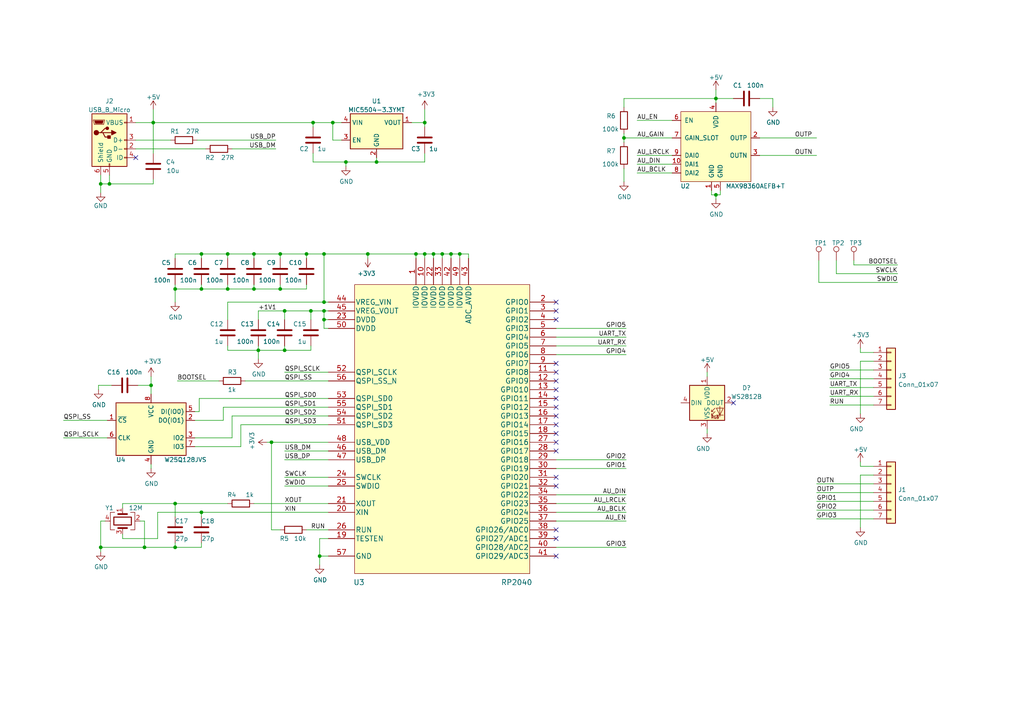
<source format=kicad_sch>
(kicad_sch (version 20211123) (generator eeschema)
  (paper "A4")
  (lib_symbols
    (symbol "Connector:TestPoint" (pin_numbers hide) (pin_names (offset 0.762) hide)
      (property "Reference" "TP" (at 0 6.858 0))
      (property "Value" "TestPoint" (at 0 5.08 0))
      (symbol "TestPoint_0_1"
        (circle (center 0 3.302) (radius 0.762))
      )
      (symbol "TestPoint_1_1"
        (pin passive line (at 0 0 90) (length 2.54) (name "1") (number "1"))
      )
    )
    (symbol "Connector:USB_B_Micro" (pin_names (offset 1.016))
      (property "Reference" "J" (at -5.08 11.43 0))
      (property "Value" "USB_B_Micro" (at -5.08 8.89 0))
      (symbol "USB_B_Micro_0_1"
        (rectangle (start -5.08 -7.62) (end 5.08 7.62) (stroke (width 0.254)) (fill (type background)))
        (circle (center -3.81 2.159) (radius 0.635) (stroke (width 0.254)) (fill (type outline)))
        (circle (center -0.635 3.429) (radius 0.381) (stroke (width 0.254)) (fill (type outline)))
        (rectangle (start -0.127 -7.62) (end 0.127 -6.858))
        (polyline (pts (xy -1.905 2.159) (xy 0.635 2.159)) (stroke (width 0.254)))
        (polyline (pts (xy -3.175 2.159) (xy -2.54 2.159) (xy -1.27 3.429) (xy -0.635 3.429)) (stroke (width 0.254)))
        (polyline (pts (xy -2.54 2.159) (xy -1.905 2.159) (xy -1.27 0.889) (xy 0 0.889)) (stroke (width 0.254)))
        (polyline (pts (xy 0.635 2.794) (xy 0.635 1.524) (xy 1.905 2.159) (xy 0.635 2.794)) (stroke (width 0.254)) (fill (type outline)))
        (polyline (pts (xy -4.318 5.588) (xy -1.778 5.588) (xy -2.032 4.826) (xy -4.064 4.826) (xy -4.318 5.588)) (fill (type outline)))
        (polyline (pts (xy -4.699 5.842) (xy -4.699 5.588) (xy -4.445 4.826) (xy -4.445 4.572) (xy -1.651 4.572) (xy -1.651 4.826) (xy -1.397 5.588) (xy -1.397 5.842) (xy -4.699 5.842)))
        (rectangle (start 0.254 1.27) (end -0.508 0.508) (stroke (width 0.254)) (fill (type outline)))
        (rectangle (start 5.08 -5.207) (end 4.318 -4.953))
        (rectangle (start 5.08 -2.667) (end 4.318 -2.413))
        (rectangle (start 5.08 -0.127) (end 4.318 0.127))
        (rectangle (start 5.08 4.953) (end 4.318 5.207))
      )
      (symbol "USB_B_Micro_1_1"
        (pin power_out line (at 7.62 5.08 180) (length 2.54) (name "VBUS") (number "1"))
        (pin bidirectional line (at 7.62 -2.54 180) (length 2.54) (name "D-") (number "2"))
        (pin bidirectional line (at 7.62 0 180) (length 2.54) (name "D+") (number "3"))
        (pin passive line (at 7.62 -5.08 180) (length 2.54) (name "ID") (number "4"))
        (pin power_out line (at 0 -10.16 90) (length 2.54) (name "GND") (number "5"))
        (pin passive line (at -2.54 -10.16 90) (length 2.54) (name "Shield") (number "6"))
      )
    )
    (symbol "Connector_Generic:Conn_01x07" (pin_names (offset 1.016) hide)
      (property "Reference" "J" (at 0 10.16 0))
      (property "Value" "Conn_01x07" (at 0 -10.16 0))
      (symbol "Conn_01x07_1_1"
        (rectangle (start -1.27 -7.493) (end 0 -7.747) (stroke (width 0.1524)))
        (rectangle (start -1.27 -4.953) (end 0 -5.207) (stroke (width 0.1524)))
        (rectangle (start -1.27 -2.413) (end 0 -2.667) (stroke (width 0.1524)))
        (rectangle (start -1.27 0.127) (end 0 -0.127) (stroke (width 0.1524)))
        (rectangle (start -1.27 2.667) (end 0 2.413) (stroke (width 0.1524)))
        (rectangle (start -1.27 5.207) (end 0 4.953) (stroke (width 0.1524)))
        (rectangle (start -1.27 7.747) (end 0 7.493) (stroke (width 0.1524)))
        (rectangle (start -1.27 8.89) (end 1.27 -8.89) (stroke (width 0.254)) (fill (type background)))
        (pin passive line (at -5.08 7.62 0) (length 3.81) (name "Pin_1") (number "1"))
        (pin passive line (at -5.08 5.08 0) (length 3.81) (name "Pin_2") (number "2"))
        (pin passive line (at -5.08 2.54 0) (length 3.81) (name "Pin_3") (number "3"))
        (pin passive line (at -5.08 0 0) (length 3.81) (name "Pin_4") (number "4"))
        (pin passive line (at -5.08 -2.54 0) (length 3.81) (name "Pin_5") (number "5"))
        (pin passive line (at -5.08 -5.08 0) (length 3.81) (name "Pin_6") (number "6"))
        (pin passive line (at -5.08 -7.62 0) (length 3.81) (name "Pin_7") (number "7"))
      )
    )
    (symbol "Device:C" (pin_numbers hide) (pin_names (offset 0.254))
      (property "Reference" "C" (at 0.635 2.54 0))
      (property "Value" "C" (at 0.635 -2.54 0))
      (symbol "C_0_1"
        (polyline (pts (xy -2.032 -0.762) (xy 2.032 -0.762)) (stroke (width 0.508)))
        (polyline (pts (xy -2.032 0.762) (xy 2.032 0.762)) (stroke (width 0.508)))
      )
      (symbol "C_1_1"
        (pin passive line (at 0 3.81 270) (length 2.794) (name "~") (number "1"))
        (pin passive line (at 0 -3.81 90) (length 2.794) (name "~") (number "2"))
      )
    )
    (symbol "Device:Crystal_GND24" (pin_names (offset 1.016) hide)
      (property "Reference" "Y" (at 3.175 5.08 0))
      (property "Value" "Crystal_GND24" (at 3.175 3.175 0))
      (symbol "Crystal_GND24_0_1"
        (rectangle (start -1.143 2.54) (end 1.143 -2.54) (stroke (width 0.3048)))
        (polyline (pts (xy -2.54 0) (xy -2.032 0)))
        (polyline (pts (xy -2.032 -1.27) (xy -2.032 1.27)) (stroke (width 0.508)))
        (polyline (pts (xy 0 -3.81) (xy 0 -3.556)))
        (polyline (pts (xy 0 3.556) (xy 0 3.81)))
        (polyline (pts (xy 2.032 -1.27) (xy 2.032 1.27)) (stroke (width 0.508)))
        (polyline (pts (xy 2.032 0) (xy 2.54 0)))
        (polyline (pts (xy -2.54 -2.286) (xy -2.54 -3.556) (xy 2.54 -3.556) (xy 2.54 -2.286)))
        (polyline (pts (xy -2.54 2.286) (xy -2.54 3.556) (xy 2.54 3.556) (xy 2.54 2.286)))
      )
      (symbol "Crystal_GND24_1_1"
        (pin passive line (at -3.81 0 0) (length 1.27) (name "1") (number "1"))
        (pin passive line (at 0 5.08 270) (length 1.27) (name "2") (number "2"))
        (pin passive line (at 3.81 0 180) (length 1.27) (name "3") (number "3"))
        (pin passive line (at 0 -5.08 90) (length 1.27) (name "4") (number "4"))
      )
    )
    (symbol "Device:R" (pin_numbers hide) (pin_names (offset 0))
      (property "Reference" "R" (at 2.032 0 90))
      (property "Value" "R" (at 0 0 90))
      (symbol "R_0_1"
        (rectangle (start -1.016 -2.54) (end 1.016 2.54) (stroke (width 0.254)))
      )
      (symbol "R_1_1"
        (pin passive line (at 0 3.81 270) (length 1.27) (name "~") (number "1"))
        (pin passive line (at 0 -3.81 90) (length 1.27) (name "~") (number "2"))
      )
    )
    (symbol "LED:WS2812B" (pin_names (offset 0.254))
      (property "Reference" "D" (at 5.08 5.715 0))
      (property "Value" "WS2812B" (at 1.27 -5.715 0))
      (symbol "WS2812B_0_0"
        (text "RGB" (at 2.286 -4.191 0) (effects (font (size 0.762 0.762))))
      )
      (symbol "WS2812B_0_1"
        (polyline (pts (xy 1.27 -3.556) (xy 1.778 -3.556)))
        (polyline (pts (xy 1.27 -2.54) (xy 1.778 -2.54)))
        (polyline (pts (xy 4.699 -3.556) (xy 2.667 -3.556)))
        (polyline (pts (xy 2.286 -2.54) (xy 1.27 -3.556) (xy 1.27 -3.048)))
        (polyline (pts (xy 2.286 -1.524) (xy 1.27 -2.54) (xy 1.27 -2.032)))
        (polyline (pts (xy 3.683 -1.016) (xy 3.683 -3.556) (xy 3.683 -4.064)))
        (polyline (pts (xy 4.699 -1.524) (xy 2.667 -1.524) (xy 3.683 -3.556) (xy 4.699 -1.524)))
        (rectangle (start 5.08 5.08) (end -5.08 -5.08) (stroke (width 0.254)) (fill (type background)))
      )
      (symbol "WS2812B_1_1"
        (pin power_in line (at 0 7.62 270) (length 2.54) (name "VDD") (number "1"))
        (pin output line (at 7.62 0 180) (length 2.54) (name "DOUT") (number "2"))
        (pin power_in line (at 0 -7.62 90) (length 2.54) (name "VSS") (number "3"))
        (pin input line (at -7.62 0 0) (length 2.54) (name "DIN") (number "4"))
      )
    )
    (symbol "Memory_Flash:W25Q128JVS"
      (property "Reference" "U" (at -8.89 8.89 0))
      (property "Value" "W25Q128JVS" (at 7.62 8.89 0))
      (symbol "W25Q128JVS_0_1"
        (rectangle (start -10.16 7.62) (end 10.16 -7.62) (stroke (width 0.254)) (fill (type background)))
      )
      (symbol "W25Q128JVS_1_1"
        (pin input line (at -12.7 2.54 0) (length 2.54) (name "~{CS}") (number "1"))
        (pin bidirectional line (at 12.7 2.54 180) (length 2.54) (name "DO(IO1)") (number "2"))
        (pin bidirectional line (at 12.7 -2.54 180) (length 2.54) (name "IO2") (number "3"))
        (pin power_in line (at 0 -10.16 90) (length 2.54) (name "GND") (number "4"))
        (pin bidirectional line (at 12.7 5.08 180) (length 2.54) (name "DI(IO0)") (number "5"))
        (pin input line (at -12.7 -2.54 0) (length 2.54) (name "CLK") (number "6"))
        (pin bidirectional line (at 12.7 -5.08 180) (length 2.54) (name "IO3") (number "7"))
        (pin power_in line (at 0 10.16 270) (length 2.54) (name "VCC") (number "8"))
      )
    )
    (symbol "TinySound:MAX98360xxxB+" (pin_names (offset 1.016))
      (property "Reference" "U" (at 7.62 11.43 0))
      (property "Value" "MAX98360xxxB+" (at 10.16 -12.7 0))
      (symbol "MAX98360xxxB+_0_0"
        (pin power_in line (at -1.27 -12.7 90) (length 2.54) (name "GND") (number "1"))
        (pin bidirectional line (at -12.7 -5.08 0) (length 2.54) (name "DAI1") (number "10"))
        (pin output line (at 12.7 2.54 180) (length 2.54) (name "OUTP") (number "2"))
        (pin output line (at 12.7 -2.54 180) (length 2.54) (name "OUTN") (number "3"))
        (pin power_in line (at 0 12.7 270) (length 2.54) (name "VDD") (number "4"))
        (pin power_in line (at 1.27 -12.7 90) (length 2.54) (name "GND") (number "5"))
        (pin input line (at -12.7 7.62 0) (length 2.54) (name "EN") (number "6"))
        (pin input line (at -12.7 2.54 0) (length 2.54) (name "GAIN_SLOT") (number "7"))
        (pin bidirectional line (at -12.7 -7.62 0) (length 2.54) (name "DAI2") (number "8"))
        (pin bidirectional line (at -12.7 -2.54 0) (length 2.54) (name "DAI0") (number "9"))
      )
      (symbol "MAX98360xxxB+_0_1"
        (rectangle (start -10.16 10.16) (end 10.16 -10.16) (fill (type background)))
      )
    )
    (symbol "TinySound:MIC5504-3.3YMT"
      (property "Reference" "U" (at -7.62 8.89 0))
      (property "Value" "MIC5504-3.3YMT" (at -7.62 6.35 0))
      (symbol "MIC5504-3.3YMT_0_1"
        (rectangle (start -7.62 -5.08) (end 7.62 5.08) (stroke (width 0.254)) (fill (type background)))
      )
      (symbol "MIC5504-3.3YMT_1_1"
        (pin power_out line (at 10.16 2.54 180) (length 2.54) (name "VOUT") (number "1"))
        (pin power_in line (at 0 -7.62 90) (length 2.54) (name "GND") (number "2"))
        (pin input line (at -10.16 -2.54 0) (length 2.54) (name "EN") (number "3"))
        (pin power_in line (at -10.16 2.54 0) (length 2.54) (name "VIN") (number "4"))
        (pin input line (at 0 -7.62 90) (length 2.54) hide (name "EP") (number "5"))
      )
    )
    (symbol "TinySound:RP2040" (pin_names (offset 0.254))
      (property "Reference" "U" (at -21.59 -48.26 0))
      (property "Value" "RP2040" (at 19.05 -48.26 0))
      (symbol "RP2040_1_1"
        (rectangle (start -25.4 38.1) (end 25.4 -45.72) (stroke (width 0.1524)) (fill (type background)))
        (pin power_in line (at -7.62 45.72 270) (length 7.62) (name "IOVDD") (number "1"))
        (pin power_in line (at -5.08 45.72 270) (length 7.62) (name "IOVDD") (number "10"))
        (pin bidirectional line (at 33.02 12.7 180) (length 7.62) (name "GPIO8") (number "11"))
        (pin bidirectional line (at 33.02 10.16 180) (length 7.62) (name "GPIO9") (number "12"))
        (pin bidirectional line (at 33.02 7.62 180) (length 7.62) (name "GPIO10") (number "13"))
        (pin bidirectional line (at 33.02 5.08 180) (length 7.62) (name "GPIO11") (number "14"))
        (pin bidirectional line (at 33.02 2.54 180) (length 7.62) (name "GPIO12") (number "15"))
        (pin bidirectional line (at 33.02 0 180) (length 7.62) (name "GPIO13") (number "16"))
        (pin bidirectional line (at 33.02 -2.54 180) (length 7.62) (name "GPIO14") (number "17"))
        (pin bidirectional line (at 33.02 -5.08 180) (length 7.62) (name "GPIO15") (number "18"))
        (pin input line (at -33.02 -35.56 0) (length 7.62) (name "TESTEN") (number "19"))
        (pin bidirectional line (at 33.02 33.02 180) (length 7.62) (name "GPIO0") (number "2"))
        (pin bidirectional line (at -33.02 -27.94 0) (length 7.62) (name "XIN") (number "20"))
        (pin bidirectional line (at -33.02 -25.4 0) (length 7.62) (name "XOUT") (number "21"))
        (pin power_in line (at -2.54 45.72 270) (length 7.62) (name "IOVDD") (number "22"))
        (pin power_in line (at -33.02 27.94 0) (length 7.62) (name "DVDD") (number "23"))
        (pin bidirectional line (at -33.02 -17.78 0) (length 7.62) (name "SWCLK") (number "24"))
        (pin bidirectional line (at -33.02 -20.32 0) (length 7.62) (name "SWDIO") (number "25"))
        (pin input line (at -33.02 -33.02 0) (length 7.62) (name "RUN") (number "26"))
        (pin bidirectional line (at 33.02 -7.62 180) (length 7.62) (name "GPIO16") (number "27"))
        (pin bidirectional line (at 33.02 -10.16 180) (length 7.62) (name "GPIO17") (number "28"))
        (pin bidirectional line (at 33.02 -12.7 180) (length 7.62) (name "GPIO18") (number "29"))
        (pin bidirectional line (at 33.02 30.48 180) (length 7.62) (name "GPIO1") (number "3"))
        (pin bidirectional line (at 33.02 -15.24 180) (length 7.62) (name "GPIO19") (number "30"))
        (pin bidirectional line (at 33.02 -17.78 180) (length 7.62) (name "GPIO20") (number "31"))
        (pin bidirectional line (at 33.02 -20.32 180) (length 7.62) (name "GPIO21") (number "32"))
        (pin power_in line (at 0 45.72 270) (length 7.62) (name "IOVDD") (number "33"))
        (pin bidirectional line (at 33.02 -22.86 180) (length 7.62) (name "GPIO22") (number "34"))
        (pin bidirectional line (at 33.02 -25.4 180) (length 7.62) (name "GPIO23") (number "35"))
        (pin bidirectional line (at 33.02 -27.94 180) (length 7.62) (name "GPIO24") (number "36"))
        (pin bidirectional line (at 33.02 -30.48 180) (length 7.62) (name "GPIO25") (number "37"))
        (pin bidirectional line (at 33.02 -33.02 180) (length 7.62) (name "GPIO26/ADC0") (number "38"))
        (pin bidirectional line (at 33.02 -35.56 180) (length 7.62) (name "GPIO27/ADC1") (number "39"))
        (pin bidirectional line (at 33.02 27.94 180) (length 7.62) (name "GPIO2") (number "4"))
        (pin bidirectional line (at 33.02 -38.1 180) (length 7.62) (name "GPIO28/ADC2") (number "40"))
        (pin bidirectional line (at 33.02 -40.64 180) (length 7.62) (name "GPIO29/ADC3") (number "41"))
        (pin power_in line (at 2.54 45.72 270) (length 7.62) (name "IOVDD") (number "42"))
        (pin power_in line (at 7.62 45.72 270) (length 7.62) (name "ADC_AVDD") (number "43"))
        (pin power_in line (at -33.02 33.02 0) (length 7.62) (name "VREG_VIN") (number "44"))
        (pin power_out line (at -33.02 30.48 0) (length 7.62) (name "VREG_VOUT") (number "45"))
        (pin bidirectional line (at -33.02 -10.16 0) (length 7.62) (name "USB_DM") (number "46"))
        (pin bidirectional line (at -33.02 -12.7 0) (length 7.62) (name "USB_DP") (number "47"))
        (pin power_in line (at -33.02 -7.62 0) (length 7.62) (name "USB_VDD") (number "48"))
        (pin power_in line (at 5.08 45.72 270) (length 7.62) (name "IOVDD") (number "49"))
        (pin bidirectional line (at 33.02 25.4 180) (length 7.62) (name "GPIO3") (number "5"))
        (pin power_in line (at -33.02 25.4 0) (length 7.62) (name "DVDD") (number "50"))
        (pin bidirectional line (at -33.02 -2.54 0) (length 7.62) (name "QSPI_SD3") (number "51"))
        (pin bidirectional line (at -33.02 12.7 0) (length 7.62) (name "QSPI_SCLK") (number "52"))
        (pin bidirectional line (at -33.02 5.08 0) (length 7.62) (name "QSPI_SD0") (number "53"))
        (pin bidirectional line (at -33.02 0 0) (length 7.62) (name "QSPI_SD2") (number "54"))
        (pin bidirectional line (at -33.02 2.54 0) (length 7.62) (name "QSPI_SD1") (number "55"))
        (pin bidirectional line (at -33.02 10.16 0) (length 7.62) (name "QSPI_SS_N") (number "56"))
        (pin power_in line (at -33.02 -40.64 0) (length 7.62) (name "GND") (number "57"))
        (pin bidirectional line (at 33.02 22.86 180) (length 7.62) (name "GPIO4") (number "6"))
        (pin bidirectional line (at 33.02 20.32 180) (length 7.62) (name "GPIO5") (number "7"))
        (pin bidirectional line (at 33.02 17.78 180) (length 7.62) (name "GPIO6") (number "8"))
        (pin bidirectional line (at 33.02 15.24 180) (length 7.62) (name "GPIO7") (number "9"))
      )
    )
    (symbol "power:+3V3" (power) (pin_names (offset 0))
      (property "Value" "+3V3" (at 0 3.556 0))
      (symbol "+3V3_0_1"
        (polyline (pts (xy -0.762 1.27) (xy 0 2.54)))
        (polyline (pts (xy 0 0) (xy 0 2.54)))
        (polyline (pts (xy 0 2.54) (xy 0.762 1.27)))
      )
      (symbol "+3V3_1_1"
        (pin power_in line (at 0 0 90) (length 0) hide (name "+3V3") (number "1"))
      )
    )
    (symbol "power:+5V" (power) (pin_names (offset 0))
      (property "Value" "+5V" (at 0 3.556 0))
      (symbol "+5V_0_1"
        (polyline (pts (xy -0.762 1.27) (xy 0 2.54)))
        (polyline (pts (xy 0 0) (xy 0 2.54)))
        (polyline (pts (xy 0 2.54) (xy 0.762 1.27)))
      )
      (symbol "+5V_1_1"
        (pin power_in line (at 0 0 90) (length 0) hide (name "+5V") (number "1"))
      )
    )
    (symbol "power:GND" (power) (pin_names (offset 0))
      (property "Value" "GND" (at 0 -3.81 0))
      (symbol "GND_0_1"
        (polyline (pts (xy 0 0) (xy 0 -1.27) (xy 1.27 -1.27) (xy 0 -2.54) (xy -1.27 -1.27) (xy 0 -1.27)))
      )
      (symbol "GND_1_1"
        (pin power_in line (at 0 0 270) (length 0) hide (name "GND") (number "1"))
      )
    )
  )
  (junction (at 58.42 83.82))
  (junction (at 93.98 92.71))
  (junction (at 78.74 128.27))
  (junction (at 66.04 83.82))
  (junction (at 123.19 73.66))
  (junction (at 73.66 73.66))
  (junction (at 88.9 73.66))
  (junction (at 50.8 83.82))
  (junction (at 29.21 53.34))
  (junction (at 93.98 90.17))
  (junction (at 31.75 53.34))
  (junction (at 125.73 73.66))
  (junction (at 207.645 28.575))
  (junction (at 44.45 35.56))
  (junction (at 29.21 158.75))
  (junction (at 109.22 46.99))
  (junction (at 96.52 35.56))
  (junction (at 106.68 73.66))
  (junction (at 90.17 90.17))
  (junction (at 130.81 73.66))
  (junction (at 100.33 46.99))
  (junction (at 123.19 35.56))
  (junction (at 58.42 148.59))
  (junction (at 93.98 73.66))
  (junction (at 50.8 158.75))
  (junction (at 93.98 87.63))
  (junction (at 180.975 40.005))
  (junction (at 120.65 73.66))
  (junction (at 82.55 90.17))
  (junction (at 133.35 73.66))
  (junction (at 81.28 73.66))
  (junction (at 50.8 146.05))
  (junction (at 43.815 111.76))
  (junction (at 74.93 101.6))
  (junction (at 81.28 83.82))
  (junction (at 73.66 83.82))
  (junction (at 90.805 35.56))
  (junction (at 82.55 101.6))
  (junction (at 66.04 73.66))
  (junction (at 207.645 56.515))
  (junction (at 92.71 161.29))
  (junction (at 41.91 158.75))
  (junction (at 128.27 73.66))
  (junction (at 58.42 73.66))
  (no_connect (at 161.29 87.63))
  (no_connect (at 161.29 90.17))
  (no_connect (at 161.29 153.67))
  (no_connect (at 161.29 140.97))
  (no_connect (at 161.29 138.43))
  (no_connect (at 161.29 105.41))
  (no_connect (at 161.29 107.95))
  (no_connect (at 161.29 120.65))
  (no_connect (at 161.29 110.49))
  (no_connect (at 161.29 113.03))
  (no_connect (at 161.29 115.57))
  (no_connect (at 161.29 118.11))
  (no_connect (at 161.29 123.19))
  (no_connect (at 161.29 161.29))
  (no_connect (at 161.29 156.21))
  (no_connect (at 212.725 116.84))
  (no_connect (at 161.29 130.81))
  (no_connect (at 161.29 128.27))
  (no_connect (at 161.29 125.73))
  (no_connect (at 161.29 92.71))
  (no_connect (at 39.37 45.72))
  (wire (pts (xy 240.665 107.315) (xy 253.365 107.315)))
  (wire (pts (xy 184.785 34.925) (xy 194.945 34.925)))
  (wire (pts (xy 41.91 151.13) (xy 40.64 151.13)))
  (wire (pts (xy 240.665 112.395) (xy 253.365 112.395)))
  (wire (pts (xy 100.33 46.99) (xy 109.22 46.99)))
  (wire (pts (xy 95.25 130.81) (xy 82.55 130.81)))
  (wire (pts (xy 247.65 76.835) (xy 260.35 76.835)))
  (wire (pts (xy 35.56 146.05) (xy 35.56 147.32)))
  (wire (pts (xy 58.42 148.59) (xy 45.72 148.59)))
  (wire (pts (xy 93.98 90.17) (xy 95.25 90.17)))
  (wire (pts (xy 130.81 73.66) (xy 128.27 73.66)))
  (wire (pts (xy 58.42 158.75) (xy 58.42 157.48)))
  (wire (pts (xy 67.31 43.18) (xy 80.01 43.18)))
  (wire (pts (xy 240.665 109.855) (xy 253.365 109.855)))
  (wire (pts (xy 249.555 100.965) (xy 249.555 102.235)))
  (wire (pts (xy 45.72 156.21) (xy 45.72 148.59)))
  (wire (pts (xy 207.645 26.035) (xy 207.645 28.575)))
  (wire (pts (xy 88.9 73.66) (xy 88.9 74.93)))
  (wire (pts (xy 66.04 73.66) (xy 73.66 73.66)))
  (wire (pts (xy 242.57 79.375) (xy 242.57 75.565)))
  (wire (pts (xy 78.74 128.27) (xy 78.74 153.67)))
  (wire (pts (xy 51.435 110.49) (xy 63.5 110.49)))
  (wire (pts (xy 240.665 117.475) (xy 253.365 117.475)))
  (wire (pts (xy 29.21 53.34) (xy 31.75 53.34)))
  (wire (pts (xy 73.66 146.05) (xy 95.25 146.05)))
  (wire (pts (xy 50.8 158.75) (xy 58.42 158.75)))
  (wire (pts (xy 260.35 79.375) (xy 242.57 79.375)))
  (wire (pts (xy 44.45 31.75) (xy 44.45 35.56)))
  (wire (pts (xy 88.9 73.66) (xy 93.98 73.66)))
  (wire (pts (xy 96.52 35.56) (xy 99.06 35.56)))
  (wire (pts (xy 50.8 73.66) (xy 58.42 73.66)))
  (wire (pts (xy 82.55 90.17) (xy 82.55 92.71)))
  (wire (pts (xy 247.65 75.565) (xy 247.65 76.835)))
  (wire (pts (xy 66.04 73.66) (xy 66.04 74.93)))
  (wire (pts (xy 236.855 150.495) (xy 253.365 150.495)))
  (wire (pts (xy 88.9 83.82) (xy 81.28 83.82)))
  (wire (pts (xy 81.28 83.82) (xy 73.66 83.82)))
  (wire (pts (xy 133.35 73.66) (xy 130.81 73.66)))
  (wire (pts (xy 78.74 153.67) (xy 81.28 153.67)))
  (wire (pts (xy 92.71 161.29) (xy 95.25 161.29)))
  (wire (pts (xy 58.42 148.59) (xy 58.42 149.86)))
  (wire (pts (xy 100.33 46.99) (xy 100.33 48.26)))
  (wire (pts (xy 99.06 40.64) (xy 96.52 40.64)))
  (wire (pts (xy 90.17 92.71) (xy 90.17 90.17)))
  (wire (pts (xy 161.29 135.89) (xy 181.61 135.89)))
  (wire (pts (xy 81.28 73.66) (xy 81.28 74.93)))
  (wire (pts (xy 18.415 121.92) (xy 31.115 121.92)))
  (wire (pts (xy 82.55 101.6) (xy 90.17 101.6)))
  (wire (pts (xy 123.19 73.66) (xy 123.19 74.93)))
  (wire (pts (xy 95.25 156.21) (xy 92.71 156.21)))
  (wire (pts (xy 161.29 158.75) (xy 181.61 158.75)))
  (wire (pts (xy 205.105 107.95) (xy 205.105 109.22)))
  (wire (pts (xy 56.515 129.54) (xy 69.85 129.54)))
  (wire (pts (xy 66.04 87.63) (xy 93.98 87.63)))
  (wire (pts (xy 82.55 138.43) (xy 95.25 138.43)))
  (wire (pts (xy 90.805 35.56) (xy 90.805 36.83)))
  (wire (pts (xy 253.365 140.335) (xy 236.855 140.335)))
  (wire (pts (xy 30.48 151.13) (xy 29.21 151.13)))
  (wire (pts (xy 109.22 45.72) (xy 109.22 46.99)))
  (wire (pts (xy 106.68 73.66) (xy 120.65 73.66)))
  (wire (pts (xy 67.31 127) (xy 67.31 120.65)))
  (wire (pts (xy 73.66 73.66) (xy 81.28 73.66)))
  (wire (pts (xy 135.89 74.93) (xy 135.89 73.66)))
  (wire (pts (xy 220.345 40.005) (xy 236.855 40.005)))
  (wire (pts (xy 77.47 128.27) (xy 78.74 128.27)))
  (wire (pts (xy 28.575 111.76) (xy 32.385 111.76)))
  (wire (pts (xy 92.71 156.21) (xy 92.71 161.29)))
  (wire (pts (xy 92.71 161.29) (xy 92.71 163.83)))
  (wire (pts (xy 133.35 73.66) (xy 133.35 74.93)))
  (wire (pts (xy 45.72 156.21) (xy 35.56 156.21)))
  (wire (pts (xy 161.29 102.87) (xy 181.61 102.87)))
  (wire (pts (xy 74.93 92.71) (xy 74.93 90.17)))
  (wire (pts (xy 95.25 123.19) (xy 69.85 123.19)))
  (wire (pts (xy 35.56 154.94) (xy 35.56 156.21)))
  (wire (pts (xy 39.37 43.18) (xy 59.69 43.18)))
  (wire (pts (xy 67.31 120.65) (xy 95.25 120.65)))
  (wire (pts (xy 95.25 95.25) (xy 93.98 95.25)))
  (wire (pts (xy 82.55 107.95) (xy 95.25 107.95)))
  (wire (pts (xy 96.52 40.64) (xy 96.52 35.56)))
  (wire (pts (xy 81.28 73.66) (xy 88.9 73.66)))
  (wire (pts (xy 29.21 50.8) (xy 29.21 53.34)))
  (wire (pts (xy 44.45 53.34) (xy 44.45 52.07)))
  (wire (pts (xy 194.945 47.625) (xy 184.785 47.625)))
  (wire (pts (xy 74.93 101.6) (xy 66.04 101.6)))
  (wire (pts (xy 74.93 90.17) (xy 82.55 90.17)))
  (wire (pts (xy 249.555 135.255) (xy 249.555 133.985)))
  (wire (pts (xy 161.29 146.05) (xy 181.61 146.05)))
  (wire (pts (xy 29.21 151.13) (xy 29.21 158.75)))
  (wire (pts (xy 93.98 87.63) (xy 95.25 87.63)))
  (wire (pts (xy 249.555 104.775) (xy 253.365 104.775)))
  (wire (pts (xy 35.56 146.05) (xy 50.8 146.05)))
  (wire (pts (xy 207.645 56.515) (xy 207.645 57.785)))
  (wire (pts (xy 43.815 111.76) (xy 43.815 114.3)))
  (wire (pts (xy 253.365 142.875) (xy 236.855 142.875)))
  (wire (pts (xy 180.975 40.005) (xy 194.945 40.005)))
  (wire (pts (xy 90.805 46.99) (xy 100.33 46.99)))
  (wire (pts (xy 208.915 56.515) (xy 208.915 55.245)))
  (wire (pts (xy 58.42 73.66) (xy 58.42 74.93)))
  (wire (pts (xy 95.25 118.11) (xy 64.77 118.11)))
  (wire (pts (xy 180.975 40.005) (xy 180.975 41.275)))
  (wire (pts (xy 82.55 100.33) (xy 82.55 101.6)))
  (wire (pts (xy 90.805 44.45) (xy 90.805 46.99)))
  (wire (pts (xy 82.55 140.97) (xy 95.25 140.97)))
  (wire (pts (xy 224.155 28.575) (xy 220.345 28.575)))
  (wire (pts (xy 236.855 147.955) (xy 253.365 147.955)))
  (wire (pts (xy 236.855 145.415) (xy 253.365 145.415)))
  (wire (pts (xy 161.29 97.79) (xy 181.61 97.79)))
  (wire (pts (xy 18.415 127) (xy 31.115 127)))
  (wire (pts (xy 125.73 73.66) (xy 125.73 74.93)))
  (wire (pts (xy 50.8 73.66) (xy 50.8 74.93)))
  (wire (pts (xy 31.75 50.8) (xy 31.75 53.34)))
  (wire (pts (xy 50.8 83.82) (xy 50.8 87.63)))
  (wire (pts (xy 93.98 73.66) (xy 106.68 73.66)))
  (wire (pts (xy 74.93 101.6) (xy 74.93 104.14)))
  (wire (pts (xy 95.25 133.35) (xy 82.55 133.35)))
  (wire (pts (xy 57.15 40.64) (xy 80.01 40.64)))
  (wire (pts (xy 43.815 109.22) (xy 43.815 111.76)))
  (wire (pts (xy 109.22 46.99) (xy 123.19 46.99)))
  (wire (pts (xy 184.785 50.165) (xy 194.945 50.165)))
  (wire (pts (xy 240.665 114.935) (xy 253.365 114.935)))
  (wire (pts (xy 180.975 31.115) (xy 180.975 28.575)))
  (wire (pts (xy 180.975 28.575) (xy 207.645 28.575)))
  (wire (pts (xy 123.19 35.56) (xy 123.19 36.83)))
  (wire (pts (xy 161.29 151.13) (xy 181.61 151.13)))
  (wire (pts (xy 161.29 95.25) (xy 181.61 95.25)))
  (wire (pts (xy 206.375 56.515) (xy 207.645 56.515)))
  (wire (pts (xy 31.75 53.34) (xy 44.45 53.34)))
  (wire (pts (xy 88.9 153.67) (xy 95.25 153.67)))
  (wire (pts (xy 123.19 31.75) (xy 123.19 35.56)))
  (wire (pts (xy 56.515 121.92) (xy 64.77 121.92)))
  (wire (pts (xy 88.9 82.55) (xy 88.9 83.82)))
  (wire (pts (xy 58.42 148.59) (xy 95.25 148.59)))
  (wire (pts (xy 206.375 55.245) (xy 206.375 56.515)))
  (wire (pts (xy 93.98 92.71) (xy 93.98 90.17)))
  (wire (pts (xy 90.17 90.17) (xy 93.98 90.17)))
  (wire (pts (xy 66.04 92.71) (xy 66.04 87.63)))
  (wire (pts (xy 123.19 73.66) (xy 120.65 73.66)))
  (wire (pts (xy 128.27 73.66) (xy 128.27 74.93)))
  (wire (pts (xy 224.155 28.575) (xy 224.155 31.115)))
  (wire (pts (xy 93.98 95.25) (xy 93.98 92.71)))
  (wire (pts (xy 50.8 158.75) (xy 50.8 157.48)))
  (wire (pts (xy 128.27 73.66) (xy 125.73 73.66)))
  (wire (pts (xy 58.42 82.55) (xy 58.42 83.82)))
  (wire (pts (xy 64.77 118.11) (xy 64.77 121.92)))
  (wire (pts (xy 74.93 101.6) (xy 74.93 100.33)))
  (wire (pts (xy 44.45 35.56) (xy 90.805 35.56)))
  (wire (pts (xy 56.515 127) (xy 67.31 127)))
  (wire (pts (xy 249.555 137.795) (xy 249.555 153.035)))
  (wire (pts (xy 90.805 35.56) (xy 96.52 35.56)))
  (wire (pts (xy 69.85 123.19) (xy 69.85 129.54)))
  (wire (pts (xy 74.93 101.6) (xy 82.55 101.6)))
  (wire (pts (xy 56.515 119.38) (xy 57.785 119.38)))
  (wire (pts (xy 205.105 124.46) (xy 205.105 125.73)))
  (wire (pts (xy 73.66 82.55) (xy 73.66 83.82)))
  (wire (pts (xy 237.49 81.915) (xy 260.35 81.915)))
  (wire (pts (xy 93.98 73.66) (xy 93.98 87.63)))
  (wire (pts (xy 28.575 113.03) (xy 28.575 111.76)))
  (wire (pts (xy 123.19 46.99) (xy 123.19 44.45)))
  (wire (pts (xy 180.975 38.735) (xy 180.975 40.005)))
  (wire (pts (xy 120.65 73.66) (xy 120.65 74.93)))
  (wire (pts (xy 161.29 100.33) (xy 181.61 100.33)))
  (wire (pts (xy 58.42 73.66) (xy 66.04 73.66)))
  (wire (pts (xy 29.21 53.34) (xy 29.21 55.88)))
  (wire (pts (xy 180.975 48.895) (xy 180.975 52.705)))
  (wire (pts (xy 58.42 83.82) (xy 50.8 83.82)))
  (wire (pts (xy 253.365 137.795) (xy 249.555 137.795)))
  (wire (pts (xy 90.17 100.33) (xy 90.17 101.6)))
  (wire (pts (xy 184.785 45.085) (xy 194.945 45.085)))
  (wire (pts (xy 207.645 56.515) (xy 208.915 56.515)))
  (wire (pts (xy 57.785 115.57) (xy 95.25 115.57)))
  (wire (pts (xy 237.49 75.565) (xy 237.49 81.915)))
  (wire (pts (xy 71.12 110.49) (xy 95.25 110.49)))
  (wire (pts (xy 161.29 133.35) (xy 181.61 133.35)))
  (wire (pts (xy 207.645 28.575) (xy 212.725 28.575)))
  (wire (pts (xy 39.37 35.56) (xy 44.45 35.56)))
  (wire (pts (xy 78.74 128.27) (xy 95.25 128.27)))
  (wire (pts (xy 73.66 83.82) (xy 66.04 83.82)))
  (wire (pts (xy 41.91 151.13) (xy 41.91 158.75)))
  (wire (pts (xy 66.04 82.55) (xy 66.04 83.82)))
  (wire (pts (xy 135.89 73.66) (xy 133.35 73.66)))
  (wire (pts (xy 130.81 73.66) (xy 130.81 74.93)))
  (wire (pts (xy 41.91 158.75) (xy 29.21 158.75)))
  (wire (pts (xy 50.8 82.55) (xy 50.8 83.82)))
  (wire (pts (xy 29.21 158.75) (xy 29.21 160.02)))
  (wire (pts (xy 207.645 28.575) (xy 207.645 29.845)))
  (wire (pts (xy 39.37 40.64) (xy 49.53 40.64)))
  (wire (pts (xy 249.555 102.235) (xy 253.365 102.235)))
  (wire (pts (xy 93.98 92.71) (xy 95.25 92.71)))
  (wire (pts (xy 50.8 146.05) (xy 66.04 146.05)))
  (wire (pts (xy 66.04 83.82) (xy 58.42 83.82)))
  (wire (pts (xy 82.55 90.17) (xy 90.17 90.17)))
  (wire (pts (xy 220.345 45.085) (xy 236.855 45.085)))
  (wire (pts (xy 249.555 104.775) (xy 249.555 120.015)))
  (wire (pts (xy 66.04 101.6) (xy 66.04 100.33)))
  (wire (pts (xy 57.785 119.38) (xy 57.785 115.57)))
  (wire (pts (xy 106.68 74.93) (xy 106.68 73.66)))
  (wire (pts (xy 125.73 73.66) (xy 123.19 73.66)))
  (wire (pts (xy 161.29 148.59) (xy 181.61 148.59)))
  (wire (pts (xy 44.45 35.56) (xy 44.45 44.45)))
  (wire (pts (xy 253.365 135.255) (xy 249.555 135.255)))
  (wire (pts (xy 81.28 82.55) (xy 81.28 83.82)))
  (wire (pts (xy 119.38 35.56) (xy 123.19 35.56)))
  (wire (pts (xy 50.8 146.05) (xy 50.8 149.86)))
  (wire (pts (xy 161.29 143.51) (xy 181.61 143.51)))
  (wire (pts (xy 73.66 73.66) (xy 73.66 74.93)))
  (wire (pts (xy 43.815 134.62) (xy 43.815 135.89)))
  (wire (pts (xy 40.005 111.76) (xy 43.815 111.76)))
  (wire (pts (xy 41.91 158.75) (xy 50.8 158.75)))
  (label "SWDIO" (at 260.35 81.915 180))
  (label "USB_DP" (at 82.55 133.35 0))
  (label "RUN" (at 240.665 117.475 0))
  (label "GPIO1" (at 236.855 145.415 0))
  (label "SWCLK" (at 260.35 79.375 180))
  (label "OUTP" (at 230.505 40.005 0))
  (label "GPIO3" (at 181.61 158.75 180))
  (label "AU_GAIN" (at 184.785 40.005 0))
  (label "QSPI_SCLK" (at 18.415 127 0))
  (label "SWDIO" (at 82.55 140.97 0))
  (label "GPIO5" (at 240.665 107.315 0))
  (label "USB_DP" (at 80.01 40.64 180))
  (label "SWCLK" (at 82.55 138.43 0))
  (label "QSPI_SD1" (at 82.55 118.11 0))
  (label "+1V1" (at 74.93 90.17 0))
  (label "BOOTSEL" (at 51.435 110.49 0))
  (label "AU_EN" (at 184.785 34.925 0))
  (label "UART_TX" (at 240.665 112.395 0))
  (label "GPIO3" (at 236.855 150.495 0))
  (label "GPIO4" (at 181.61 102.87 180))
  (label "BOOTSEL" (at 260.35 76.835 180))
  (label "XIN" (at 82.55 148.59 0))
  (label "GPIO5" (at 181.61 95.25 180))
  (label "QSPI_SS" (at 82.55 110.49 0))
  (label "AU_BCLK" (at 181.61 148.59 180))
  (label "UART_RX" (at 181.61 100.33 180))
  (label "AU_DIN" (at 181.61 143.51 180))
  (label "QSPI_SS" (at 18.415 121.92 0))
  (label "AU_EN" (at 181.61 151.13 180))
  (label "GPIO2" (at 236.855 147.955 0))
  (label "QSPI_SD3" (at 82.55 123.19 0))
  (label "OUTN" (at 236.855 140.335 0))
  (label "AU_DIN" (at 184.785 47.625 0))
  (label "QSPI_SD0" (at 82.55 115.57 0))
  (label "USB_DM" (at 82.55 130.81 0))
  (label "USB_DM" (at 80.01 43.18 180))
  (label "GPIO1" (at 181.61 135.89 180))
  (label "OUTN" (at 230.505 45.085 0))
  (label "QSPI_SCLK" (at 82.55 107.95 0))
  (label "GPIO2" (at 181.61 133.35 180))
  (label "GPIO4" (at 240.665 109.855 0))
  (label "AU_LRCLK" (at 184.785 45.085 0))
  (label "AU_BCLK" (at 184.785 50.165 0))
  (label "QSPI_SD2" (at 82.55 120.65 0))
  (label "OUTP" (at 236.855 142.875 0))
  (label "UART_TX" (at 181.61 97.79 180))
  (label "UART_RX" (at 240.665 114.935 0))
  (label "AU_LRCLK" (at 181.61 146.05 180))
  (label "XOUT" (at 82.55 146.05 0))
  (label "RUN" (at 90.17 153.67 0))
  (symbol (lib_id "TinySound:MAX98360xxxB+") (at 207.645 42.545 0) (unit 1)
    (property "Reference" "U2" (at 198.755 53.975 0))
    (property "Value" "MAX98360AEFB+T" (at 219.075 53.975 0))
    (property "Footprint" "TinySound:FC2QFN-10" (effects hide))
    (property "Datasheet" "https://datasheets.maximintegrated.com/en/ds/MAX98360A-MAX98360D.pdf" (effects hide))
  )
  (symbol (lib_id "power:GND") (at 207.645 57.785 0) (unit 1)
    (property "Reference" "#PWR06" (effects hide))
    (property "Value" "GND" (at 207.772 62.1792 0))
  )
  (symbol (lib_id "power:GND") (at 29.21 55.88 0) (unit 1)
    (property "Reference" "#PWR07" (effects hide))
    (property "Value" "GND" (at 29.21 59.69 0))
  )
  (symbol (lib_id "power:+3V3") (at 106.68 74.93 180) (unit 1)
    (property "Reference" "#PWR08" (effects hide))
    (property "Value" "+3V3" (at 106.299 79.3242 0))
  )
  (symbol (lib_id "Device:R") (at 53.34 40.64 270) (unit 1)
    (property "Reference" "R1" (at 52.07 38.1 90) (effects (justify right)))
    (property "Value" "27R" (at 55.88 38.1 90))
    (property "Footprint" "Resistor_SMD:R_0402_1005Metric" (effects hide))
  )
  (symbol (lib_id "power:GND") (at 74.93 104.14 0) (unit 1)
    (property "Reference" "#PWR014" (effects hide))
    (property "Value" "GND" (at 75.057 108.5342 0))
  )
  (symbol (lib_id "Device:C") (at 123.19 40.64 180) (unit 1)
    (property "Reference" "C3" (at 121.92 43.18 0) (effects (justify left)))
    (property "Value" "1u" (at 127 43.18 0) (effects (justify left)))
    (property "Footprint" "Capacitor_SMD:C_0402_1005Metric" (effects hide))
  )
  (symbol (lib_id "LED:WS2812B") (at 205.105 116.84 0) (unit 1)
    (property "Reference" "D?" (at 216.535 112.5093 0))
    (property "Value" "WS2812B" (at 216.535 115.0493 0))
    (property "Footprint" "LED_SMD:LED_WS2812B-2020_PLCC4_2.0x2.0mm" (effects hide))
    (property "Datasheet" "https://cdn-shop.adafruit.com/datasheets/WS2812B.pdf" (effects hide))
  )
  (symbol (lib_id "Device:C") (at 66.04 78.74 180) (unit 1)
    (property "Reference" "C7" (at 64.77 76.2 0) (effects (justify left)))
    (property "Value" "100n" (at 64.77 81.28 0) (effects (justify left)))
    (property "Footprint" "Capacitor_SMD:C_0402_1005Metric" (effects hide))
  )
  (symbol (lib_id "Device:C") (at 74.93 96.52 180) (unit 1)
    (property "Reference" "C13" (at 73.66 93.98 0) (effects (justify left)))
    (property "Value" "100n" (at 73.66 99.06 0) (effects (justify left)))
    (property "Footprint" "Capacitor_SMD:C_0402_1005Metric" (effects hide))
  )
  (symbol (lib_id "Device:C") (at 58.42 153.67 180) (unit 1)
    (property "Reference" "C18" (at 62.23 151.13 0) (effects (justify left)))
    (property "Value" "27p" (at 62.23 156.21 0) (effects (justify left)))
    (property "Footprint" "Capacitor_SMD:C_0402_1005Metric" (effects hide))
  )
  (symbol (lib_id "power:+3V3") (at 43.815 109.22 0) (unit 1)
    (property "Reference" "#PWR015" (effects hide))
    (property "Value" "+3V3" (at 44.196 104.8258 0))
  )
  (symbol (lib_id "power:GND") (at 28.575 113.03 0) (unit 1)
    (property "Reference" "#PWR016" (effects hide))
    (property "Value" "GND" (at 28.702 117.4242 0))
  )
  (symbol (lib_id "Device:C") (at 90.805 40.64 180) (unit 1)
    (property "Reference" "C2" (at 89.535 43.18 0) (effects (justify left)))
    (property "Value" "1u" (at 94.615 43.18 0) (effects (justify left)))
    (property "Footprint" "Capacitor_SMD:C_0402_1005Metric" (effects hide))
  )
  (symbol (lib_id "power:GND") (at 224.155 31.115 0) (unit 1)
    (property "Reference" "#PWR02" (effects hide))
    (property "Value" "GND" (at 224.282 35.5092 0))
  )
  (symbol (lib_id "Device:C") (at 50.8 153.67 180) (unit 1)
    (property "Reference" "C17" (at 54.61 151.13 0) (effects (justify left)))
    (property "Value" "27p" (at 54.61 156.21 0) (effects (justify left)))
    (property "Footprint" "Capacitor_SMD:C_0402_1005Metric" (effects hide))
  )
  (symbol (lib_id "Device:C") (at 81.28 78.74 180) (unit 1)
    (property "Reference" "C9" (at 80.01 76.2 0) (effects (justify left)))
    (property "Value" "100n" (at 80.01 81.28 0) (effects (justify left)))
    (property "Footprint" "Capacitor_SMD:C_0402_1005Metric" (effects hide))
  )
  (symbol (lib_id "Device:C") (at 90.17 96.52 180) (unit 1)
    (property "Reference" "C15" (at 88.9 93.98 0) (effects (justify left)))
    (property "Value" "1u" (at 88.9 99.06 0) (effects (justify left)))
    (property "Footprint" "Capacitor_SMD:C_0402_1005Metric" (effects hide))
  )
  (symbol (lib_id "power:GND") (at 50.8 87.63 0) (unit 1)
    (property "Reference" "#PWR011" (effects hide))
    (property "Value" "GND" (at 50.927 92.0242 0))
  )
  (symbol (lib_id "power:GND") (at 205.105 125.73 0) (unit 1)
    (property "Reference" "#PWR?" (effects hide))
    (property "Value" "GND" (at 203.962 130.1242 0))
  )
  (symbol (lib_id "Memory_Flash:W25Q128JVS") (at 43.815 124.46 0) (unit 1)
    (property "Reference" "U4" (at 33.655 133.35 0) (effects (justify left)))
    (property "Value" "W25Q128JVS" (at 47.625 133.35 0) (effects (justify left)))
    (property "Footprint" "Package_SO:SOIC-8_5.23x5.23mm_P1.27mm" (effects hide))
    (property "Datasheet" "http://www.winbond.com/resource-files/w25q128jv_dtr%20revc%2003272018%20plus.pdf" (effects hide))
  )
  (symbol (lib_id "power:+5V") (at 44.45 31.75 0) (unit 1)
    (property "Reference" "#PWR03" (effects hide))
    (property "Value" "+5V" (at 44.45 28.1742 0))
  )
  (symbol (lib_id "power:GND") (at 92.71 163.83 0) (unit 1)
    (property "Reference" "#PWR021" (effects hide))
    (property "Value" "GND" (at 92.837 168.2242 0))
  )
  (symbol (lib_id "power:GND") (at 100.33 48.26 0) (unit 1)
    (property "Reference" "#PWR05" (effects hide))
    (property "Value" "GND" (at 100.457 52.6542 0))
  )
  (symbol (lib_id "Connector:TestPoint") (at 242.57 75.565 0) (unit 1)
    (property "Reference" "TP2" (at 241.3 70.485 0) (effects (justify left)))
    (property "Value" "TestPoint" (effects hide))
    (property "Footprint" "TestPoint:TestPoint_Pad_D1.0mm" (effects hide))
  )
  (symbol (lib_id "power:+3V3") (at 77.47 128.27 90) (unit 1)
    (property "Reference" "#PWR017" (effects hide))
    (property "Value" "+3V3" (at 73.0758 127.889 0))
  )
  (symbol (lib_id "Device:C") (at 73.66 78.74 180) (unit 1)
    (property "Reference" "C8" (at 72.39 76.2 0) (effects (justify left)))
    (property "Value" "100n" (at 72.39 81.28 0) (effects (justify left)))
    (property "Footprint" "Capacitor_SMD:C_0402_1005Metric" (effects hide))
  )
  (symbol (lib_id "TinySound:MIC5504-3.3YMT") (at 109.22 38.1 0) (unit 1)
    (property "Reference" "U1" (at 109.22 29.3202 0))
    (property "Value" "MIC5504-3.3YMT" (at 109.22 31.8571 0))
    (property "Footprint" "TinySound:OnSemi_XDFN4-1EP_1.0x1.0mm_EP0.52x0.52mm" (effects hide))
    (property "Datasheet" "http://ww1.microchip.com/downloads/en/DeviceDoc/MIC550X.pdf" (effects hide))
  )
  (symbol (lib_id "Device:R") (at 85.09 153.67 270) (unit 1)
    (property "Reference" "R5" (at 83.82 156.21 90) (effects (justify right)))
    (property "Value" "10k" (at 88.9 156.21 90) (effects (justify right)))
    (property "Footprint" "Resistor_SMD:R_0402_1005Metric" (effects hide))
  )
  (symbol (lib_id "Connector:TestPoint") (at 247.65 75.565 0) (unit 1)
    (property "Reference" "TP3" (at 246.38 70.485 0) (effects (justify left)))
    (property "Value" "TestPoint" (effects hide))
    (property "Footprint" "TestPoint:TestPoint_Pad_D1.0mm" (effects hide))
  )
  (symbol (lib_id "Device:R") (at 63.5 43.18 270) (unit 1)
    (property "Reference" "R2" (at 62.23 45.72 90) (effects (justify right)))
    (property "Value" "27R" (at 66.04 45.72 90))
    (property "Footprint" "Resistor_SMD:R_0402_1005Metric" (effects hide))
  )
  (symbol (lib_id "Device:C") (at 44.45 48.26 0) (mirror x) (unit 1)
    (property "Reference" "C4" (at 50.8 46.99 0) (effects (justify right)))
    (property "Value" "10u" (at 52.07 49.53 0) (effects (justify right)))
    (property "Footprint" "Capacitor_SMD:C_0805_2012Metric" (effects hide))
  )
  (symbol (lib_id "Device:C") (at 88.9 78.74 180) (unit 1)
    (property "Reference" "C10" (at 87.63 76.2 0) (effects (justify left)))
    (property "Value" "100n" (at 87.63 81.28 0) (effects (justify left)))
    (property "Footprint" "Capacitor_SMD:C_0402_1005Metric" (effects hide))
  )
  (symbol (lib_id "power:+5V") (at 207.645 26.035 0) (unit 1)
    (property "Reference" "#PWR01" (effects hide))
    (property "Value" "+5V" (at 207.645 22.4592 0))
  )
  (symbol (lib_id "Device:Crystal_GND24") (at 35.56 151.13 270) (unit 1)
    (property "Reference" "Y1" (at 31.75 147.32 90))
    (property "Value" "12M" (at 39.37 147.32 90))
    (property "Footprint" "Crystal:Crystal_SMD_3225-4Pin_3.2x2.5mm" (effects hide))
    (property "Mouser" "520-120-18-33AGN-TR3 " (effects hide))
  )
  (symbol (lib_id "power:+5V") (at 205.105 107.95 0) (unit 1)
    (property "Reference" "#PWR?" (effects hide))
    (property "Value" "+5V" (at 205.105 104.3742 0))
  )
  (symbol (lib_id "power:+3V3") (at 249.555 100.965 0) (unit 1)
    (property "Reference" "#PWR09" (effects hide))
    (property "Value" "+3V3" (at 249.555 97.155 0))
  )
  (symbol (lib_id "Device:R") (at 180.975 34.925 0) (mirror y) (unit 1)
    (property "Reference" "R6" (at 175.895 33.655 0) (effects (justify right)))
    (property "Value" "100k" (at 174.625 37.465 0) (effects (justify right)))
    (property "Footprint" "Resistor_SMD:R_0603_1608Metric_Pad0.98x0.95mm_HandSolder" (effects hide))
  )
  (symbol (lib_id "Connector:TestPoint") (at 237.49 75.565 0) (unit 1)
    (property "Reference" "TP1" (at 236.22 70.485 0) (effects (justify left)))
    (property "Value" "TestPoint" (effects hide))
    (property "Footprint" "TestPoint:TestPoint_Pad_D1.0mm" (effects hide))
  )
  (symbol (lib_id "Connector:USB_B_Micro") (at 31.75 40.64 0) (unit 1)
    (property "Reference" "J2" (at 31.75 29.3202 0))
    (property "Value" "USB_B_Micro" (at 31.75 31.8571 0))
    (property "Footprint" "TinySound:USB_Micro-B_Amphenol_10104110_Horizontal" (effects hide))
  )
  (symbol (lib_id "power:GND") (at 29.21 160.02 0) (unit 1)
    (property "Reference" "#PWR020" (effects hide))
    (property "Value" "GND" (at 29.337 164.4142 0))
  )
  (symbol (lib_id "power:+5V") (at 249.555 133.985 0) (unit 1)
    (property "Reference" "#PWR010" (effects hide))
    (property "Value" "+5V" (at 249.555 130.4092 0))
  )
  (symbol (lib_id "power:+3V3") (at 123.19 31.75 0) (unit 1)
    (property "Reference" "#PWR04" (effects hide))
    (property "Value" "+3V3" (at 123.571 27.3558 0))
  )
  (symbol (lib_id "Device:R") (at 180.975 45.085 0) (mirror y) (unit 1)
    (property "Reference" "R7" (at 175.895 43.815 0) (effects (justify right)))
    (property "Value" "100k" (at 174.625 47.625 0) (effects (justify right)))
    (property "Footprint" "Resistor_SMD:R_0603_1608Metric_Pad0.98x0.95mm_HandSolder" (effects hide))
  )
  (symbol (lib_id "power:GND") (at 249.555 153.035 0) (unit 1)
    (property "Reference" "#PWR013" (effects hide))
    (property "Value" "GND" (at 249.682 157.4292 0))
  )
  (symbol (lib_id "TinySound:RP2040") (at 128.27 120.65 0) (unit 1)
    (property "Reference" "U3" (at 104.14 168.91 0) (effects (font (size 1.524 1.524))))
    (property "Value" "RP2040" (at 149.86 168.91 0) (effects (font (size 1.524 1.524))))
    (property "Footprint" "TinySound:QFN-56_EP_7x7_Pitch0.4mm" (effects hide))
    (property "Datasheet" "https://datasheets.raspberrypi.com/rp2040/rp2040-datasheet.pdf" (effects hide))
  )
  (symbol (lib_id "power:GND") (at 43.815 135.89 0) (unit 1)
    (property "Reference" "#PWR019" (effects hide))
    (property "Value" "GND" (at 43.942 140.2842 0))
  )
  (symbol (lib_id "Connector_Generic:Conn_01x07") (at 258.445 142.875 0) (unit 1)
    (property "Reference" "J1" (at 260.477 142.0403 0) (effects (justify left)))
    (property "Value" "Conn_01x07" (at 260.477 144.5772 0) (effects (justify left)))
    (property "Footprint" "Connector_PinHeader_2.54mm:PinHeader_1x07_P2.54mm_Vertical" (effects hide))
  )
  (symbol (lib_id "Device:C") (at 36.195 111.76 90) (unit 1)
    (property "Reference" "C16" (at 34.925 107.95 90) (effects (justify left)))
    (property "Value" "100n" (at 41.275 107.95 90) (effects (justify left)))
    (property "Footprint" "Capacitor_SMD:C_0402_1005Metric" (effects hide))
  )
  (symbol (lib_id "Device:C") (at 58.42 78.74 180) (unit 1)
    (property "Reference" "C6" (at 57.15 76.2 0) (effects (justify left)))
    (property "Value" "100n" (at 57.15 81.28 0) (effects (justify left)))
    (property "Footprint" "Capacitor_SMD:C_0402_1005Metric" (effects hide))
  )
  (symbol (lib_id "power:GND") (at 180.975 52.705 0) (unit 1)
    (property "Reference" "#PWR0101" (effects hide))
    (property "Value" "GND" (at 181.102 57.0992 0))
  )
  (symbol (lib_id "Device:C") (at 66.04 96.52 180) (unit 1)
    (property "Reference" "C12" (at 64.77 93.98 0) (effects (justify left)))
    (property "Value" "1u" (at 64.77 99.06 0) (effects (justify left)))
    (property "Footprint" "Capacitor_SMD:C_0402_1005Metric" (effects hide))
  )
  (symbol (lib_id "Device:R") (at 67.31 110.49 90) (unit 1)
    (property "Reference" "R3" (at 66.04 107.95 90) (effects (justify right)))
    (property "Value" "1k" (at 66.04 113.03 90) (effects (justify right)))
    (property "Footprint" "Resistor_SMD:R_0402_1005Metric" (effects hide))
  )
  (symbol (lib_id "power:GND") (at 249.555 120.015 0) (unit 1)
    (property "Reference" "#PWR018" (effects hide))
    (property "Value" "GND" (at 248.412 124.4092 0))
  )
  (symbol (lib_id "Device:C") (at 50.8 78.74 180) (unit 1)
    (property "Reference" "C5" (at 49.53 76.2 0) (effects (justify left)))
    (property "Value" "100n" (at 49.53 81.28 0) (effects (justify left)))
    (property "Footprint" "Capacitor_SMD:C_0402_1005Metric" (effects hide))
  )
  (symbol (lib_id "Device:R") (at 69.85 146.05 270) (mirror x) (unit 1)
    (property "Reference" "R4" (at 68.58 143.51 90) (effects (justify right)))
    (property "Value" "1k" (at 73.66 143.51 90) (effects (justify right)))
    (property "Footprint" "Resistor_SMD:R_0402_1005Metric" (effects hide))
  )
  (symbol (lib_id "Connector_Generic:Conn_01x07") (at 258.445 109.855 0) (unit 1)
    (property "Reference" "J3" (at 260.477 109.0203 0) (effects (justify left)))
    (property "Value" "Conn_01x07" (at 260.477 111.5572 0) (effects (justify left)))
    (property "Footprint" "Connector_PinHeader_2.54mm:PinHeader_1x07_P2.54mm_Vertical" (effects hide))
  )
  (symbol (lib_id "Device:C") (at 216.535 28.575 90) (unit 1)
    (property "Reference" "C1" (at 215.265 24.765 90) (effects (justify left)))
    (property "Value" "100n" (at 221.615 24.765 90) (effects (justify left)))
    (property "Footprint" "Capacitor_SMD:C_0402_1005Metric" (effects hide))
  )
  (symbol (lib_id "Device:C") (at 82.55 96.52 180) (unit 1)
    (property "Reference" "C14" (at 81.28 93.98 0) (effects (justify left)))
    (property "Value" "100n" (at 81.28 99.06 0) (effects (justify left)))
    (property "Footprint" "Capacitor_SMD:C_0402_1005Metric" (effects hide))
  )
)
</source>
